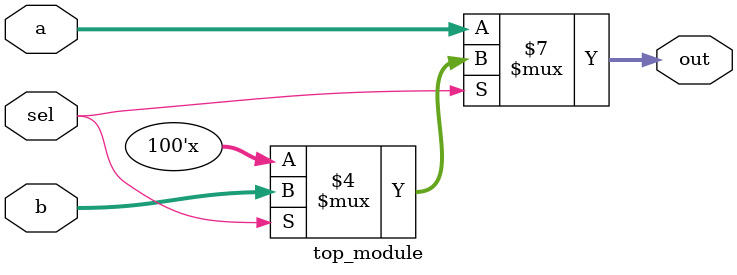
<source format=sv>
module top_module (
	input [99:0] a,
	input [99:0] b,
	input sel,
	output reg [99:0] out
);

	always @(sel)
	begin
		if (sel == 1'b0)
			out <= a;
		else if (sel == 1'b1)
			out <= b;
	end

endmodule

</source>
